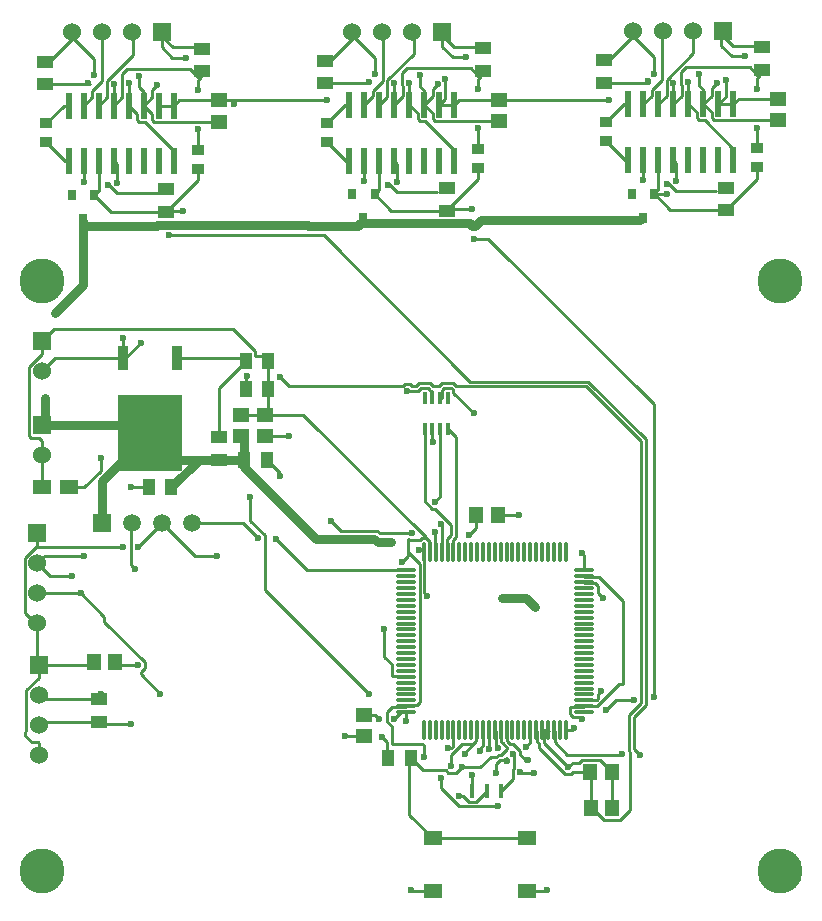
<source format=gtl>
G04 Layer_Physical_Order=1*
G04 Layer_Color=255*
%FSLAX25Y25*%
%MOIN*%
G70*
G01*
G75*
%ADD10R,0.06000X0.05000*%
%ADD11R,0.04134X0.05512*%
%ADD12R,0.04528X0.05709*%
%ADD13R,0.05709X0.04528*%
%ADD14R,0.01575X0.04724*%
%ADD15R,0.05512X0.04134*%
%ADD16R,0.06102X0.05118*%
%ADD17R,0.03740X0.08268*%
%ADD18R,0.21654X0.25590*%
%ADD19R,0.02756X0.03543*%
%ADD20R,0.02200X0.08600*%
%ADD21R,0.03937X0.03543*%
%ADD22O,0.07087X0.01181*%
%ADD23O,0.01181X0.07087*%
%ADD24R,0.01575X0.04331*%
%ADD25C,0.01000*%
%ADD26C,0.03000*%
%ADD27C,0.15000*%
%ADD28C,0.06000*%
%ADD29R,0.06000X0.06000*%
%ADD30R,0.06000X0.06000*%
%ADD31C,0.05905*%
%ADD32R,0.05905X0.05905*%
%ADD33C,0.02362*%
D10*
X118110Y324803D02*
D03*
X127110D02*
D03*
D11*
X153740Y324803D02*
D03*
X161221D02*
D03*
X241000Y234500D02*
D03*
X233520D02*
D03*
X193500Y366980D02*
D03*
X186020D02*
D03*
X193500Y357480D02*
D03*
X186020D02*
D03*
X192980Y334000D02*
D03*
X185500D02*
D03*
D12*
X262913Y315500D02*
D03*
X270000D02*
D03*
X142543Y266500D02*
D03*
X135457D02*
D03*
X308000Y230000D02*
D03*
X300913D02*
D03*
X308043Y218000D02*
D03*
X300957D02*
D03*
D13*
X225500Y249000D02*
D03*
Y241913D02*
D03*
X363563Y447260D02*
D03*
Y454347D02*
D03*
X270500Y447000D02*
D03*
Y454087D02*
D03*
X177063Y446760D02*
D03*
Y453847D02*
D03*
X184500Y348980D02*
D03*
Y341894D02*
D03*
X192500Y349067D02*
D03*
Y341980D02*
D03*
D14*
X261551Y223500D02*
D03*
X271000D02*
D03*
X266276D02*
D03*
D15*
X177000Y341480D02*
D03*
Y334000D02*
D03*
X346063Y424740D02*
D03*
Y417260D02*
D03*
X253000Y424480D02*
D03*
Y417000D02*
D03*
X159563Y424240D02*
D03*
Y416760D02*
D03*
X305563Y459760D02*
D03*
Y467240D02*
D03*
X212500Y459500D02*
D03*
Y466980D02*
D03*
X119063Y459260D02*
D03*
Y466740D02*
D03*
X358000Y464000D02*
D03*
Y471480D02*
D03*
X264937Y463740D02*
D03*
Y471220D02*
D03*
X171500Y463500D02*
D03*
Y470980D02*
D03*
X137000Y246760D02*
D03*
Y254240D02*
D03*
D16*
X248252Y207858D02*
D03*
Y190142D02*
D03*
X279748Y207858D02*
D03*
Y190142D02*
D03*
D17*
X162996Y367783D02*
D03*
X145043D02*
D03*
D18*
X154020Y342980D02*
D03*
D19*
X318263Y414760D02*
D03*
X314583Y422760D02*
D03*
X322063D02*
D03*
X225200Y414500D02*
D03*
X221520Y422500D02*
D03*
X229000D02*
D03*
X131763Y414260D02*
D03*
X128083Y422260D02*
D03*
X135563D02*
D03*
D20*
X348563Y434000D02*
D03*
X343563D02*
D03*
X338563D02*
D03*
X333563D02*
D03*
X328563D02*
D03*
X323563D02*
D03*
X318563D02*
D03*
X313563D02*
D03*
Y452600D02*
D03*
X318563D02*
D03*
X323563D02*
D03*
X328563D02*
D03*
X333563D02*
D03*
X338563D02*
D03*
X343563D02*
D03*
X348563D02*
D03*
X255500Y433740D02*
D03*
X250500D02*
D03*
X245500D02*
D03*
X240500D02*
D03*
X235500D02*
D03*
X230500D02*
D03*
X225500D02*
D03*
X220500D02*
D03*
Y452340D02*
D03*
X225500D02*
D03*
X230500D02*
D03*
X235500D02*
D03*
X240500D02*
D03*
X245500D02*
D03*
X250500D02*
D03*
X255500D02*
D03*
X162063Y433500D02*
D03*
X157063D02*
D03*
X152063D02*
D03*
X147063D02*
D03*
X142063D02*
D03*
X137063D02*
D03*
X132063D02*
D03*
X127063D02*
D03*
Y452100D02*
D03*
X132063D02*
D03*
X137063D02*
D03*
X142063D02*
D03*
X147063D02*
D03*
X152063D02*
D03*
X157063D02*
D03*
X162063D02*
D03*
D21*
X306063Y446650D02*
D03*
Y440350D02*
D03*
X213000Y446390D02*
D03*
Y440091D02*
D03*
X119563Y446150D02*
D03*
Y439850D02*
D03*
X356563Y431500D02*
D03*
Y437799D02*
D03*
X263500Y431240D02*
D03*
Y437539D02*
D03*
X170063Y431000D02*
D03*
Y437299D02*
D03*
D22*
X239276Y249878D02*
D03*
Y255784D02*
D03*
Y251847D02*
D03*
Y253815D02*
D03*
Y261689D02*
D03*
Y259720D02*
D03*
Y263657D02*
D03*
Y257752D02*
D03*
Y273500D02*
D03*
Y277437D02*
D03*
Y275468D02*
D03*
Y267595D02*
D03*
Y265626D02*
D03*
Y271532D02*
D03*
Y269563D02*
D03*
Y289248D02*
D03*
Y287280D02*
D03*
Y293185D02*
D03*
Y291216D02*
D03*
Y281374D02*
D03*
Y279405D02*
D03*
Y285311D02*
D03*
Y283343D02*
D03*
Y295153D02*
D03*
Y297122D02*
D03*
X298724Y257752D02*
D03*
Y261689D02*
D03*
Y259720D02*
D03*
Y251847D02*
D03*
Y249878D02*
D03*
Y255784D02*
D03*
Y253815D02*
D03*
Y263657D02*
D03*
Y267595D02*
D03*
Y265626D02*
D03*
Y271532D02*
D03*
Y269563D02*
D03*
Y281374D02*
D03*
Y285311D02*
D03*
Y283343D02*
D03*
Y275468D02*
D03*
Y273500D02*
D03*
Y279405D02*
D03*
Y277437D02*
D03*
Y291216D02*
D03*
Y289248D02*
D03*
Y293185D02*
D03*
Y287280D02*
D03*
Y297122D02*
D03*
Y295153D02*
D03*
D23*
X245378Y243776D02*
D03*
X247346D02*
D03*
X255221D02*
D03*
X257189D02*
D03*
X249315D02*
D03*
X253252D02*
D03*
X251284D02*
D03*
X263094D02*
D03*
X265063D02*
D03*
X259157D02*
D03*
X261126D02*
D03*
X245378Y303224D02*
D03*
X249315D02*
D03*
X251284D02*
D03*
X253252D02*
D03*
X255221D02*
D03*
X247346D02*
D03*
X261126D02*
D03*
X263094D02*
D03*
X257189D02*
D03*
X259157D02*
D03*
X284748Y243776D02*
D03*
X280811D02*
D03*
X282780D02*
D03*
X290653D02*
D03*
X292622D02*
D03*
X286717D02*
D03*
X288685D02*
D03*
X270969D02*
D03*
X267032D02*
D03*
X269000D02*
D03*
X276874D02*
D03*
X278842D02*
D03*
X272937D02*
D03*
X274905D02*
D03*
X265063Y303224D02*
D03*
X267032D02*
D03*
X269000D02*
D03*
X270969D02*
D03*
X272937D02*
D03*
X278842D02*
D03*
X280811D02*
D03*
X274905D02*
D03*
X276874D02*
D03*
X286717D02*
D03*
X288685D02*
D03*
X282780D02*
D03*
X284748D02*
D03*
X290653D02*
D03*
X292622D02*
D03*
D24*
X245661Y344382D02*
D03*
X248220Y354618D02*
D03*
X245661D02*
D03*
X248220Y344382D02*
D03*
X253339D02*
D03*
X250780D02*
D03*
Y354618D02*
D03*
X253339D02*
D03*
D25*
X298724Y294876D02*
X303662D01*
X239276Y252124D02*
X242929D01*
X247549Y356900D02*
X248220D01*
X251451Y354618D02*
Y357239D01*
X137000Y246760D02*
X137697Y246063D01*
X147638D01*
X150945Y262441D02*
X157480Y255906D01*
X150945Y262441D02*
Y263219D01*
X152281Y264555D01*
Y266445D01*
X138821Y279906D02*
X152281Y266445D01*
X138821Y279906D02*
Y281680D01*
X115800Y279500D02*
X116500D01*
X112400Y282900D02*
X115800Y279500D01*
X116500Y266000D02*
Y279500D01*
Y266000D02*
X117000Y265500D01*
X131000Y289500D02*
X138821Y281680D01*
X112900Y243663D02*
Y257198D01*
X112501Y243264D02*
X112900Y243663D01*
X116902Y239800D02*
X117000Y239702D01*
X114639Y239800D02*
X116902D01*
X112501Y241938D02*
X114639Y239800D01*
X112501Y241938D02*
Y243264D01*
X118260Y254240D02*
X137000D01*
X120724Y295276D02*
X127953D01*
X117000Y255500D02*
X117405Y255906D01*
X116500Y299500D02*
X120724Y295276D01*
X177063Y453847D02*
X212846D01*
X192500Y341980D02*
X200461D01*
X153740Y324803D02*
X153740Y324803D01*
X147638Y324803D02*
X153740D01*
X137795Y330433D02*
Y334646D01*
X132166Y324803D02*
X137795Y330433D01*
X127110Y324803D02*
X132166D01*
X118000Y335500D02*
X118110Y335390D01*
Y324803D02*
Y335390D01*
X298724Y251847D02*
X298815Y251937D01*
X298446Y251569D02*
X298724Y251847D01*
X272343Y233843D02*
X273000Y234500D01*
X303662Y294876D02*
X311700Y286838D01*
Y259200D02*
Y286838D01*
X293208Y235554D02*
X304708D01*
X297240Y233000D02*
X298194Y233954D01*
X295000Y233000D02*
X297240D01*
X283781Y237936D02*
X292498Y229219D01*
X288963Y239800D02*
X293208Y235554D01*
X285381Y239619D02*
X293500Y231500D01*
X270843Y233843D02*
X272343D01*
X275168Y239132D02*
X277411Y236890D01*
X273000Y237500D02*
Y238075D01*
X261826Y239132D02*
X262817Y240123D01*
X279263Y238263D02*
X280811Y239811D01*
X264000Y237726D02*
X265063Y238789D01*
X245519Y289481D02*
Y303083D01*
X271615Y239460D02*
X273000Y238075D01*
X270943Y235443D02*
X273000Y237500D01*
X266941Y237559D02*
Y243685D01*
X269278Y238571D02*
X269962Y237887D01*
X267726Y235000D02*
X269737D01*
X253500Y238000D02*
X254737D01*
X234632Y239132D02*
Y245142D01*
X259000Y236306D02*
X261826Y239132D01*
X258132D02*
X261826D01*
X243919Y253115D02*
Y299340D01*
X274205Y239132D02*
X275168D01*
X269500Y232500D02*
X270843Y233843D01*
X277411Y235776D02*
X279187Y234000D01*
X269737Y235000D02*
X270181Y235443D01*
X239500Y247000D02*
Y249654D01*
X302377Y292907D02*
X303368Y291917D01*
Y289632D02*
Y291917D01*
Y289632D02*
X305000Y288000D01*
X283057Y240123D02*
X283781Y239399D01*
X292622Y243776D02*
X294776D01*
X273215Y240123D02*
X274205Y239132D01*
X284748Y243776D02*
X286717D01*
X294081Y249178D02*
Y251569D01*
Y249178D02*
X295071Y248187D01*
X240034Y303224D02*
X243919Y299340D01*
X233219Y250060D02*
X234728Y251569D01*
X233219Y246555D02*
Y250060D01*
X235500Y247500D02*
X237878Y249878D01*
X206378Y297122D02*
X239276D01*
X249037Y303502D02*
X249315Y303224D01*
X252974Y303502D02*
X253252Y303224D01*
X294081Y251569D02*
X298446D01*
X262817Y240123D02*
Y243498D01*
X234728Y251569D02*
X238998D01*
X234632Y261967D02*
X238442D01*
X237878Y249878D02*
X239276D01*
X285381Y239619D02*
Y243143D01*
X254942Y303502D02*
X255221Y303224D01*
X299002Y292907D02*
X302377D01*
X298724Y293185D02*
X299002Y292907D01*
X293500Y231500D02*
X295000Y233000D01*
X275281Y231007D02*
Y235644D01*
X275219Y230945D02*
X275281Y231007D01*
X219000Y242000D02*
X219087Y241913D01*
X225500D01*
X257000Y222000D02*
X258346D01*
X260308Y220038D01*
X262794D01*
X266256Y223500D01*
X266276D01*
X251000Y224500D02*
X257062Y218438D01*
X269938D01*
X270000Y218500D01*
X286142Y190142D02*
X286500Y190500D01*
X279748Y190142D02*
X286142D01*
X241000Y190500D02*
X241358Y190142D01*
X248252D01*
X266750Y407750D02*
X322000Y352500D01*
X266500Y407500D02*
X266750Y407750D01*
X262000Y407500D02*
X266500D01*
X160500Y409000D02*
X212000D01*
X260900Y360100D01*
X131763Y413593D02*
X133356Y412000D01*
X248252Y207858D02*
X279748D01*
X240500Y234000D02*
X241000Y234500D01*
X240500Y215610D02*
Y234000D01*
Y215610D02*
X248252Y207858D01*
X270000Y315500D02*
X277000D01*
X269278Y238571D02*
Y243498D01*
X271247Y239980D02*
Y243498D01*
X255221Y238483D02*
Y243776D01*
X265063Y238789D02*
Y243776D01*
X280811Y239811D02*
Y243776D01*
X273215Y240123D02*
Y243498D01*
X288963Y239800D02*
Y243498D01*
X283057Y240123D02*
Y243498D01*
X269000Y243776D02*
X269278Y243498D01*
X271615Y239460D02*
Y239611D01*
X271247Y239980D02*
X271615Y239611D01*
X270969Y243776D02*
X271247Y243498D01*
X270181Y235443D02*
X270943D01*
X264226Y231500D02*
X267726Y235000D01*
X277411Y235776D02*
Y236890D01*
X279263Y238263D02*
X279263D01*
X273000Y233500D02*
Y234500D01*
X277500Y230000D02*
X278000Y229500D01*
X279187Y234000D02*
X280000D01*
X266941Y237559D02*
X267000Y237500D01*
X264000Y237000D02*
Y237726D01*
X269500Y229500D02*
Y232500D01*
X258000Y231500D02*
X264226D01*
X275219Y227719D02*
Y230945D01*
X271000Y223500D02*
X275219Y227719D01*
X261500Y229000D02*
X261551Y228949D01*
Y223500D02*
Y228949D01*
X256219Y229719D02*
X258000Y231500D01*
X253555Y229719D02*
X256219D01*
X251000Y224500D02*
Y228000D01*
X259000Y236000D02*
Y236306D01*
X252774Y230500D02*
X253555Y229719D01*
X245000Y230500D02*
X252774D01*
X241000Y234500D02*
X245000Y230500D01*
X231500Y241500D02*
X233032Y239968D01*
Y234987D02*
Y239968D01*
Y234987D02*
X233520Y234500D01*
X239276Y249878D02*
X239500Y249654D01*
X233219Y246555D02*
X234632Y245142D01*
X229000Y249000D02*
X230500Y247500D01*
X225500Y249000D02*
X229000D01*
X245500Y235000D02*
Y238765D01*
X260500Y309000D02*
X262913Y311413D01*
Y315500D01*
X238998Y251569D02*
X239276Y251847D01*
X234632Y261967D02*
Y265776D01*
X232000Y268409D02*
X234632Y265776D01*
X232000Y268409D02*
Y277500D01*
X306000Y250500D02*
X309500Y254000D01*
X303368Y255868D02*
X304500Y257000D01*
X295071Y248187D02*
X297313D01*
X298000Y247500D01*
X294776Y243776D02*
X295500Y244500D01*
X298815Y251937D02*
X303180D01*
X310443Y259200D01*
X309500Y254000D02*
X315500D01*
X317781Y253055D02*
Y340219D01*
X313781Y249055D02*
X317781Y253055D01*
X319381Y252392D02*
Y340882D01*
X315381Y248392D02*
X319381Y252392D01*
X322000Y255000D02*
Y352500D01*
X310443Y259200D02*
X311700D01*
X298724Y253815D02*
X299002Y254093D01*
X303074D01*
X303368Y254387D01*
Y255868D01*
X313781Y236956D02*
Y249055D01*
Y236956D02*
X314044Y236693D01*
Y217327D02*
Y236693D01*
X310763Y214046D02*
X314044Y217327D01*
X300163Y360100D02*
X319381Y340882D01*
X299500Y358500D02*
X317781Y340219D01*
X315381Y237619D02*
Y248392D01*
X278000Y229500D02*
X282000D01*
X262817Y243498D02*
X263094Y243776D01*
X254500Y235500D02*
X258132Y239132D01*
X254737Y238000D02*
X255221Y238483D01*
X254500Y232000D02*
Y235500D01*
X245132Y239132D02*
X245500Y238765D01*
X234632Y239132D02*
X245132D01*
X245519Y289481D02*
X246500Y288500D01*
X245378Y303224D02*
X245519Y303083D01*
X298724Y297122D02*
Y302276D01*
X298000Y303000D02*
X298724Y302276D01*
X240034Y303224D02*
Y307466D01*
X240555Y307219D02*
X244029D01*
X240034Y302034D02*
Y303224D01*
X238000Y300000D02*
X240034Y302034D01*
X214500Y313500D02*
X217681Y310319D01*
X229858D01*
X230677Y309500D01*
X241500D01*
X187500Y313726D02*
X192281Y308945D01*
X187500Y313726D02*
Y321500D01*
X185500Y331500D02*
Y334000D01*
X196000Y307500D02*
X206378Y297122D01*
X192281Y290719D02*
X227000Y256000D01*
X192281Y290719D02*
Y308945D01*
X192980Y334000D02*
X197500Y329480D01*
Y328500D02*
Y329480D01*
X266941Y243685D02*
X267000Y243744D01*
X272937Y243776D02*
X273215Y243498D01*
X284748Y243776D02*
X285381Y243143D01*
X283781Y237936D02*
Y239399D01*
X295226Y230000D02*
X300913D01*
X294445Y229219D02*
X295226Y230000D01*
X292498Y229219D02*
X294445D01*
X185000Y313000D02*
X190000Y308000D01*
X145043Y367783D02*
X145764D01*
X200441Y342000D02*
X200461Y341980D01*
X189187Y368441D02*
Y370192D01*
Y368441D02*
X192039D01*
X193500Y366980D01*
X185216Y367783D02*
X186020Y366980D01*
X162996Y367783D02*
X185216D01*
X154020Y342980D02*
X163000Y334000D01*
X151559Y345441D02*
X154020Y342980D01*
X184587Y349067D02*
X192500D01*
X184500Y348980D02*
X184587Y349067D01*
X184500Y341894D02*
X185500Y340894D01*
X177000Y357961D02*
X186020Y366980D01*
X177000Y341480D02*
Y357961D01*
X192500Y349067D02*
X193500Y350067D01*
Y357480D01*
Y366980D01*
X354042Y464781D02*
X356563Y462260D01*
X305563Y459760D02*
X320563D01*
X326563Y426497D02*
X329560Y423500D01*
X335063Y469486D02*
Y475260D01*
X345063D02*
X348323Y472000D01*
X315063Y475260D02*
X322063Y468260D01*
X307043Y467240D02*
X315063Y475260D01*
X356563Y457760D02*
Y461260D01*
X357563Y462260D01*
X356563Y444760D02*
X356563Y444760D01*
Y437799D02*
Y444760D01*
X348323Y472000D02*
X355303D01*
X305563Y467240D02*
X307043D01*
X356563Y427760D02*
Y431500D01*
X346063Y417260D02*
X356563Y427760D01*
X322863Y433300D02*
X323563Y434000D01*
X326500Y426434D02*
X326563Y426497D01*
X326500Y426000D02*
Y426434D01*
X329560Y423500D02*
X342823D01*
X318563Y434000D02*
X318563Y434000D01*
X318563Y427260D02*
Y434000D01*
X312413Y434000D02*
X313563D01*
X306063Y440350D02*
X312413Y434000D01*
X312013Y452600D02*
X313563D01*
X306063Y446650D02*
X312013Y452600D01*
X324682Y474879D02*
X325063Y475260D01*
X321363Y457356D02*
X324682Y460674D01*
Y474879D01*
X318563Y452600D02*
X321363Y455400D01*
Y457356D01*
X326282Y460705D02*
X335063Y469486D01*
X323563Y452600D02*
X326282Y455319D01*
Y460705D01*
X332781Y464781D02*
X354042D01*
X331219Y463219D02*
X332781Y464781D01*
X331219Y459055D02*
X331363Y458911D01*
Y455400D02*
Y458911D01*
X331219Y459055D02*
Y463219D01*
X320063Y460260D02*
X320563Y459760D01*
X320063Y460260D02*
Y460260D01*
X328563Y452600D02*
X331363Y455400D01*
X328563Y452600D02*
Y459760D01*
Y452600D02*
X328563Y452600D01*
X348000Y468500D02*
X352500D01*
X344500Y472000D02*
X348000Y468500D01*
X348563Y434000D02*
Y437600D01*
X333500Y452663D02*
Y460000D01*
Y452663D02*
X333563Y452600D01*
X337007Y447200D02*
X338963D01*
X336363Y447844D02*
X337007Y447200D01*
X338963D02*
X348563Y437600D01*
X333563Y452600D02*
X336363Y449800D01*
Y447844D02*
Y449800D01*
X341363Y457863D02*
X343000Y459500D01*
X341363Y455400D02*
Y457863D01*
X338563Y452600D02*
X341363Y455400D01*
X337000Y458823D02*
Y462500D01*
X338563Y452600D02*
Y457260D01*
X337000Y458823D02*
X338563Y457260D01*
X363503Y447200D02*
X363563Y447260D01*
X342007Y447200D02*
X363503D01*
X338563Y452600D02*
X341363Y449800D01*
Y447844D02*
X342007Y447200D01*
X341363Y447844D02*
Y449800D01*
X322063Y462760D02*
Y468260D01*
X328563Y434000D02*
X329563Y433000D01*
Y426822D02*
Y433000D01*
X350309Y454347D02*
X363563D01*
X348563Y452600D02*
X350309Y454347D01*
X343563Y452600D02*
X348563D01*
X327563Y417260D02*
X346063D01*
X323563Y424260D02*
Y434000D01*
X322063Y422760D02*
X323563Y424260D01*
X252000Y475000D02*
X255260Y471740D01*
X251437D02*
Y476740D01*
X242000Y469226D02*
Y475000D01*
X233500Y426237D02*
X236497Y423240D01*
X222000Y475000D02*
X229000Y468000D01*
X213980Y466980D02*
X222000Y475000D01*
X260979Y464521D02*
X263500Y462000D01*
X212500Y459500D02*
X227500D01*
X263500Y457500D02*
Y461000D01*
X264500Y462000D01*
X263500Y444500D02*
X263500Y444500D01*
Y437539D02*
Y444500D01*
X255260Y471740D02*
X262240D01*
X212500Y466980D02*
X213980D01*
X263500Y427500D02*
Y431240D01*
X229800Y433040D02*
X230500Y433740D01*
X233437Y426174D02*
X233500Y426237D01*
X233437Y425740D02*
Y426174D01*
X236497Y423240D02*
X249760D01*
X225500Y433740D02*
X225500Y433740D01*
X225500Y427000D02*
Y433740D01*
X219350Y433740D02*
X220500D01*
X213000Y440091D02*
X219350Y433740D01*
X218950Y452340D02*
X220500D01*
X213000Y446390D02*
X218950Y452340D01*
X231619Y474619D02*
X232000Y475000D01*
X231619Y460415D02*
Y474619D01*
X225500Y452340D02*
X228300Y455140D01*
X233219Y455059D02*
Y460445D01*
X242000Y469226D01*
X230500Y452340D02*
X233219Y455059D01*
X239718Y464521D02*
X260979D01*
X238156Y462959D02*
X239718Y464521D01*
X238156Y458795D02*
X238300Y458651D01*
Y455140D02*
Y458651D01*
X238156Y458795D02*
Y462959D01*
X227000Y460000D02*
X227500Y459500D01*
X235500Y452340D02*
X238300Y455140D01*
X235500Y452340D02*
Y459500D01*
Y452340D02*
X235500Y452340D01*
X254937Y468240D02*
X259437D01*
X251437Y471740D02*
X254937Y468240D01*
X255500Y433740D02*
Y437340D01*
X240437Y452403D02*
Y459740D01*
Y452403D02*
X240500Y452340D01*
X243944Y446940D02*
X245900D01*
X243300Y447584D02*
X243944Y446940D01*
X245900D02*
X255500Y437340D01*
X240500Y452340D02*
X243300Y449540D01*
Y447584D02*
Y449540D01*
X248300Y457603D02*
X249937Y459240D01*
X248300Y455140D02*
Y457603D01*
X245500Y452340D02*
X248300Y455140D01*
X243937Y458563D02*
Y462240D01*
X245500Y452340D02*
Y457000D01*
X243937Y458563D02*
X245500Y457000D01*
X270440Y446940D02*
X270500Y447000D01*
X248944Y446940D02*
X270440D01*
X245500Y452340D02*
X248300Y449540D01*
Y447584D02*
X248944Y446940D01*
X248300Y447584D02*
Y449540D01*
X235500Y433740D02*
X236500Y432740D01*
Y426562D02*
Y432740D01*
X255500Y452340D02*
X257246Y454087D01*
X270500D01*
X250500Y452340D02*
X255500D01*
X234500Y417000D02*
X253000D01*
X230500Y424000D02*
Y433740D01*
X229000Y422500D02*
X230500Y424000D01*
X229000Y422500D02*
X234500Y417000D01*
X168803Y471500D02*
X170411Y469892D01*
X167542Y464281D02*
X170063Y461760D01*
X119063Y459260D02*
X134063D01*
X147000Y452163D02*
X147063Y452100D01*
X147000Y452163D02*
Y459500D01*
X144719Y462719D02*
X146281Y464281D01*
X144719Y458555D02*
Y462719D01*
Y458555D02*
X144863Y458411D01*
Y454900D02*
Y458411D01*
X161500Y468000D02*
X166000D01*
X158000Y471500D02*
X161500Y468000D01*
X146281Y464281D02*
X167542D01*
X139782Y460205D02*
X148563Y468986D01*
X139782Y454819D02*
Y460205D01*
X158000Y471500D02*
Y476500D01*
X135563Y462260D02*
Y467760D01*
X150500Y458323D02*
Y462000D01*
Y458323D02*
X152063Y456760D01*
X161823Y471500D02*
X168803D01*
X158563Y474760D02*
X161823Y471500D01*
X154863Y457363D02*
X156500Y459000D01*
X154863Y454900D02*
Y457363D01*
X152063Y452100D02*
X154863Y454900D01*
X142063Y452100D02*
Y459260D01*
X142063Y452100D02*
X144863Y454900D01*
X132063Y452100D02*
X134863Y454900D01*
X140063Y425997D02*
X143060Y423000D01*
X142063Y433500D02*
X143063Y432500D01*
X152063Y452100D02*
Y456760D01*
Y452100D02*
X154863Y449300D01*
X137063Y452100D02*
X139782Y454819D01*
X157063Y452100D02*
X162063D01*
X163809Y453847D01*
X147063Y452100D02*
X149863Y449300D01*
X140000Y425500D02*
Y425934D01*
X140063Y425997D01*
X128563Y474760D02*
X135563Y467760D01*
X148563Y468986D02*
Y474760D01*
X170063Y457260D02*
Y460760D01*
X171063Y461760D01*
X170063Y444260D02*
X170063Y444260D01*
Y437299D02*
Y444260D01*
X155507Y446700D02*
X177003D01*
X163809Y453847D02*
X177063D01*
X154863Y447344D02*
Y449300D01*
Y447344D02*
X155507Y446700D01*
X177003D02*
X177063Y446760D01*
X119563Y446150D02*
X125513Y452100D01*
X119563Y439850D02*
X125913Y433500D01*
X120543Y466740D02*
X128563Y474760D01*
X119063Y466740D02*
X120543D01*
X138182Y460175D02*
Y474379D01*
X134863Y456856D02*
X138182Y460175D01*
X134863Y454900D02*
Y456856D01*
X138182Y474379D02*
X138563Y474760D01*
X133563Y459760D02*
Y459760D01*
Y459760D02*
X134063Y459260D01*
X142063Y452100D02*
X142063Y452100D01*
X135563Y422260D02*
X141063Y416760D01*
X159563D01*
X170063Y427260D02*
Y431000D01*
X135563Y422260D02*
X137063Y423760D01*
Y433500D01*
X149863Y447344D02*
Y449300D01*
X143063Y426322D02*
Y432500D01*
X143060Y423000D02*
X156323D01*
X132063Y433500D02*
X132063Y433500D01*
X132063Y426760D02*
Y433500D01*
X136363Y432800D02*
X137063Y433500D01*
X125913D02*
X127063D01*
X125513Y452100D02*
X127063D01*
X145764Y367783D02*
X150980Y373000D01*
X122402Y367783D02*
X145043D01*
X118059Y363441D02*
X122402Y367783D01*
X118059Y369239D02*
Y373441D01*
X113900Y365080D02*
X118059Y369239D01*
X113900Y342044D02*
Y365080D01*
Y342044D02*
X114544Y341400D01*
X117050D01*
X118059Y340391D01*
Y335559D02*
Y340391D01*
X118000Y335500D02*
X118059Y335559D01*
X181878Y377500D02*
X189187Y370192D01*
X118059Y373441D02*
X122118Y377500D01*
X181878D01*
X149863Y447344D02*
X150507Y446700D01*
X162063Y433500D02*
Y437100D01*
X150507Y446700D02*
X152463D01*
X162063Y437100D01*
X262240Y471740D02*
X263848Y470132D01*
X145043Y367783D02*
Y374457D01*
X229000Y462500D02*
Y468000D01*
X227000Y460000D02*
Y460000D01*
X228300Y455140D02*
Y457096D01*
X231619Y460415D01*
X212846Y453847D02*
X213000Y454000D01*
X252500Y454340D02*
Y461000D01*
X250500Y452340D02*
X252500Y454340D01*
X118559Y345441D02*
X119000Y345882D01*
X131763Y413593D02*
Y414260D01*
X344500Y472000D02*
Y477000D01*
X355303Y472000D02*
X356911Y470392D01*
X270500Y454087D02*
X306913D01*
X307000Y454000D01*
X346000Y455037D02*
Y460500D01*
X343563Y452600D02*
X346000Y455037D01*
X317336Y413833D02*
X318263Y414760D01*
X117000Y261298D02*
Y265500D01*
X112900Y257198D02*
X117000Y261298D01*
Y235500D02*
Y239702D01*
X112400Y282900D02*
Y301198D01*
X117000Y255500D02*
X118260Y254240D01*
X117000Y265500D02*
X134457D01*
X135457Y266500D01*
X118260Y246760D02*
X137000D01*
X117000Y245500D02*
X118260Y246760D01*
X308000Y218043D02*
Y230000D01*
Y218043D02*
X308043Y218000D01*
X282780Y243776D02*
X283057Y243498D01*
X298724Y294876D02*
Y295153D01*
X298194Y233954D02*
X304046D01*
X239276Y251847D02*
Y252124D01*
X242929D02*
X243919Y253115D01*
X322323Y422500D02*
X326500D01*
X322063Y422760D02*
X322323Y422500D01*
X327563Y417260D01*
X247256Y303315D02*
Y306690D01*
Y303315D02*
X247346Y303224D01*
X246078Y307868D02*
X247256Y306690D01*
X249000Y310000D02*
X249037Y309963D01*
Y303502D02*
Y309963D01*
X244678Y307868D02*
X246078D01*
X300957Y218000D02*
X301370D01*
X305324Y214046D02*
X310763D01*
X197500Y361500D02*
X200500Y358500D01*
X186020Y361520D02*
X186500Y362000D01*
X186020Y357480D02*
Y361520D01*
X253500Y417500D02*
X261500D01*
X253000Y417000D02*
X253500Y417500D01*
X263500Y427500D01*
X286717Y243776D02*
X286995Y243498D01*
X288685Y243776D02*
X288963Y243498D01*
X304708Y235554D02*
X304763Y235500D01*
X311000D01*
X311500Y236000D01*
X315381Y237619D02*
X317500Y235500D01*
X260900Y360100D02*
X300163D01*
X159803Y417000D02*
X165000D01*
X159563Y416760D02*
X159803Y417000D01*
X170063Y427260D01*
X254942Y303502D02*
Y307172D01*
X248220Y340280D02*
Y344382D01*
Y340280D02*
X248500Y340000D01*
X245661Y338436D02*
X245781Y338555D01*
X245661Y344382D02*
X245781Y344262D01*
Y338555D02*
Y344262D01*
X169000Y302000D02*
X176500D01*
X158000Y313000D02*
X169000Y302000D01*
X248220Y354618D02*
Y356900D01*
X242772Y358500D02*
X243756Y359484D01*
X247567D01*
X248551Y358500D01*
X247549Y356900D02*
Y357239D01*
X246904Y357884D02*
X247549Y357239D01*
X244418Y357884D02*
X246904D01*
X243435Y356900D02*
X244418Y357884D01*
X200500Y358500D02*
X238274D01*
X238955Y359181D01*
X240845D01*
X241526Y358500D01*
X242772D01*
X239900Y356900D02*
X243435D01*
X119000Y302000D02*
X132000D01*
X116500Y299500D02*
X119000Y302000D01*
X248551Y358500D02*
X250449D01*
X251433Y359484D01*
X255244D01*
X256228Y358500D01*
X299500D01*
X250780Y354618D02*
X251451D01*
Y357239D02*
X252096Y357884D01*
X254582D01*
X255226Y357239D01*
Y356274D02*
Y357239D01*
Y356274D02*
X262000Y349500D01*
X116500Y289500D02*
X131000D01*
X250780Y344382D02*
X250781Y344380D01*
Y321781D02*
Y344380D01*
X249000Y320000D02*
X250781Y321781D01*
X143543Y265500D02*
X150000D01*
X142543Y266500D02*
X143543Y265500D01*
X245661Y320113D02*
X248055Y317719D01*
X245661Y320113D02*
Y338436D01*
X253339Y344382D02*
X256000Y341721D01*
X254942Y307172D02*
X256000Y308229D01*
Y341721D01*
X252974Y303502D02*
Y307466D01*
X254400Y308892D01*
X249007Y317719D02*
X254400Y312326D01*
Y308892D02*
Y312326D01*
X248055Y317719D02*
X249007D01*
X251284Y303224D02*
Y312216D01*
X251000Y312500D02*
X251284Y312216D01*
X240034Y307466D02*
X240308D01*
X240555Y307219D01*
X192500Y349067D02*
X205159D01*
X246078Y307868D02*
Y308148D01*
X205159Y349067D02*
X246078Y308148D01*
X244029Y307219D02*
X244678Y307868D01*
X116500Y305000D02*
Y305298D01*
Y309500D01*
Y305000D02*
X145000D01*
X147719Y312719D02*
X148000Y313000D01*
X147719Y298781D02*
Y312719D01*
Y298781D02*
X149000Y297500D01*
X150000Y305000D02*
Y305500D01*
X112400Y301198D02*
X116500Y305298D01*
X150000Y305000D02*
X158000Y313000D01*
X168000D02*
X185000D01*
X304046Y233954D02*
X308000Y230000D01*
X300913D02*
X300957Y229957D01*
Y218000D02*
Y229957D01*
X301370Y218000D02*
X305324Y214046D01*
D26*
X224200Y412833D02*
X260656D01*
X161221Y324803D02*
X170417Y334000D01*
X163000D02*
X170417D01*
X177000D01*
X262511Y412000D02*
X264344Y413833D01*
X261489Y412000D02*
X262511D01*
X260656Y412833D02*
X261489Y412000D01*
X223367D02*
X224200Y412833D01*
X264344Y413833D02*
X317336D01*
X206885Y412000D02*
X223367D01*
X206604Y412281D02*
X206885Y412000D01*
X156555Y412281D02*
X206604D01*
X156274Y412000D02*
X156555Y412281D01*
X133356Y412000D02*
X156274D01*
X279500Y288000D02*
X282500Y285000D01*
X271500Y288000D02*
X279500D01*
X230000Y306500D02*
X234500D01*
X228781Y307719D02*
X230000Y306500D01*
X185500Y331500D02*
X209281Y307719D01*
X228781D01*
X177000Y334000D02*
X185500D01*
X118559Y345441D02*
X151559D01*
X122500Y383000D02*
X131763Y392263D01*
X119000Y345882D02*
Y354500D01*
X131763Y392263D02*
Y413593D01*
X138000Y313000D02*
Y326961D01*
X154020Y342980D01*
X185500Y334000D02*
Y340894D01*
D27*
X118110Y393701D02*
D03*
X364173D02*
D03*
X118110Y196850D02*
D03*
X364173D02*
D03*
D28*
X128000Y476500D02*
D03*
X138000D02*
D03*
X148000D02*
D03*
X116500Y279500D02*
D03*
Y289500D02*
D03*
Y299500D02*
D03*
X315000Y477000D02*
D03*
X325000D02*
D03*
X335000D02*
D03*
X221437Y476740D02*
D03*
X231437D02*
D03*
X241437D02*
D03*
X118000Y335500D02*
D03*
X118059Y363441D02*
D03*
X117000Y235500D02*
D03*
Y245500D02*
D03*
Y255500D02*
D03*
D29*
X158000Y476500D02*
D03*
X345000Y477000D02*
D03*
X251437Y476740D02*
D03*
D30*
X116500Y309500D02*
D03*
X118000Y345500D02*
D03*
X118059Y373441D02*
D03*
X117000Y265500D02*
D03*
D31*
X158000Y313000D02*
D03*
X168000D02*
D03*
X148000D02*
D03*
D32*
X138000D02*
D03*
D33*
X137795Y255906D02*
D03*
X147638Y246063D02*
D03*
X157480Y255906D02*
D03*
X127953Y295276D02*
D03*
X147638Y324803D02*
D03*
X137795Y334646D02*
D03*
X305000Y288000D02*
D03*
X219000Y242000D02*
D03*
X257000Y222000D02*
D03*
X270000Y218500D02*
D03*
X286500Y190500D02*
D03*
X241000D02*
D03*
X262000Y407500D02*
D03*
X160500Y409000D02*
D03*
X277000Y315500D02*
D03*
X269962Y237887D02*
D03*
X279263Y238263D02*
D03*
X273000Y233500D02*
D03*
X275130Y235945D02*
D03*
X277500Y230000D02*
D03*
X280000Y234000D02*
D03*
X267000Y237500D02*
D03*
X264000Y237000D02*
D03*
X269500Y229500D02*
D03*
X261500Y229000D02*
D03*
X258000Y231500D02*
D03*
X259000Y236000D02*
D03*
X231500Y241500D02*
D03*
X282500Y285000D02*
D03*
X271500Y288000D02*
D03*
X239500Y247000D02*
D03*
X235500Y247500D02*
D03*
X230500D02*
D03*
X232000Y277500D02*
D03*
X306000Y250500D02*
D03*
X304500Y257000D02*
D03*
X295500Y244500D02*
D03*
X315500Y254000D02*
D03*
X322000Y255000D02*
D03*
X282000Y229500D02*
D03*
X253500Y238000D02*
D03*
X254500Y232000D02*
D03*
X245500Y235000D02*
D03*
X246500Y288500D02*
D03*
X298000Y303000D02*
D03*
X238000Y300000D02*
D03*
X234500Y306500D02*
D03*
X214500Y313500D02*
D03*
X187500Y321500D02*
D03*
X197500Y328500D02*
D03*
X298000Y247500D02*
D03*
X251000Y228000D02*
D03*
X293500Y231500D02*
D03*
X190000Y308000D02*
D03*
X200441Y342000D02*
D03*
X356563Y444760D02*
D03*
Y457760D02*
D03*
X326500Y426000D02*
D03*
X318563Y427260D02*
D03*
X320063Y460260D02*
D03*
X328563Y459760D02*
D03*
X352500Y468500D02*
D03*
X333500Y460000D02*
D03*
X343000Y459500D02*
D03*
X337000Y462500D02*
D03*
X329563Y426822D02*
D03*
X322063Y462760D02*
D03*
X263500Y444500D02*
D03*
Y457500D02*
D03*
X233437Y425740D02*
D03*
X225500Y427000D02*
D03*
X235500Y459500D02*
D03*
X259437Y468240D02*
D03*
X240437Y459740D02*
D03*
X249937Y459240D02*
D03*
X243937Y462240D02*
D03*
X236500Y426562D02*
D03*
X147000Y459500D02*
D03*
X166000Y468000D02*
D03*
X135563Y462260D02*
D03*
X150500Y462000D02*
D03*
X156500Y459000D02*
D03*
X140000Y425500D02*
D03*
X170063Y457260D02*
D03*
Y444260D02*
D03*
X142063Y459260D02*
D03*
X133563Y459760D02*
D03*
X143063Y426322D02*
D03*
X132063Y426760D02*
D03*
X150980Y373000D02*
D03*
X145043Y374457D02*
D03*
X182000Y452500D02*
D03*
X229000Y462500D02*
D03*
X227000Y460000D02*
D03*
X213000Y454000D02*
D03*
X252500Y461000D02*
D03*
X122500Y383000D02*
D03*
X119000Y354500D02*
D03*
X307000Y454000D02*
D03*
X346000Y460500D02*
D03*
X326500Y422500D02*
D03*
X243687Y304000D02*
D03*
X249000Y310000D02*
D03*
X227000Y256000D02*
D03*
X197500Y361500D02*
D03*
X186500Y362000D02*
D03*
X261500Y417500D02*
D03*
X311500Y236000D02*
D03*
X317500Y235500D02*
D03*
X165000Y417000D02*
D03*
X248500Y340000D02*
D03*
X176500Y302000D02*
D03*
X239900Y356900D02*
D03*
X132000Y302000D02*
D03*
X262000Y349500D02*
D03*
X131000Y289500D02*
D03*
X249000Y320000D02*
D03*
X150000Y265500D02*
D03*
X260500Y309000D02*
D03*
X251000Y312500D02*
D03*
X241500Y309500D02*
D03*
X149000Y297500D02*
D03*
X145000Y305000D02*
D03*
X150000D02*
D03*
X196000Y307500D02*
D03*
M02*

</source>
